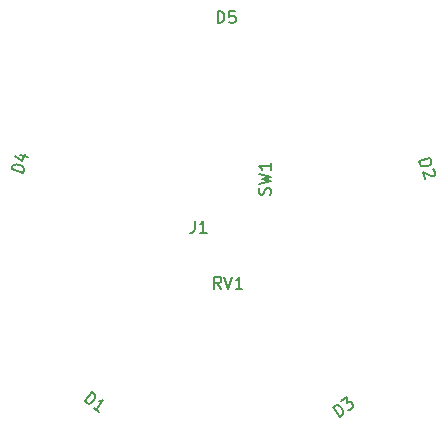
<source format=gbr>
G04 #@! TF.FileFunction,Legend,Top*
%FSLAX46Y46*%
G04 Gerber Fmt 4.6, Leading zero omitted, Abs format (unit mm)*
G04 Created by KiCad (PCBNEW 4.0.7) date Friday, July 23, 2021 'PMt' 11:18:56 PM*
%MOMM*%
%LPD*%
G01*
G04 APERTURE LIST*
%ADD10C,0.100000*%
%ADD11C,0.150000*%
G04 APERTURE END LIST*
D10*
D11*
X27656088Y-54750976D02*
X28243873Y-53941959D01*
X28436496Y-54081907D01*
X28524081Y-54204402D01*
X28545150Y-54337430D01*
X28527695Y-54442469D01*
X28454261Y-54624557D01*
X28370291Y-54740132D01*
X28219808Y-54866240D01*
X28125304Y-54915300D01*
X27992275Y-54936370D01*
X27848711Y-54890924D01*
X27656088Y-54750976D01*
X28888876Y-55646649D02*
X28426580Y-55310771D01*
X28657728Y-55478710D02*
X29245513Y-54669693D01*
X29084494Y-54729287D01*
X28951466Y-54750356D01*
X28846427Y-54732902D01*
X55983279Y-34434807D02*
X56934336Y-34125790D01*
X57007911Y-34352232D01*
X57006768Y-34502813D01*
X56945622Y-34622820D01*
X56869760Y-34697539D01*
X56703322Y-34801687D01*
X56567456Y-34845833D01*
X56371587Y-34859405D01*
X56266295Y-34843547D01*
X56146289Y-34782400D01*
X56056855Y-34661249D01*
X55983279Y-34434807D01*
X57138061Y-35060989D02*
X57198064Y-35091562D01*
X57272783Y-35167424D01*
X57346359Y-35393866D01*
X57330500Y-35499158D01*
X57299927Y-35559162D01*
X57224065Y-35633880D01*
X57133489Y-35663310D01*
X56982909Y-35662167D01*
X56262866Y-35295287D01*
X56454162Y-35884037D01*
X49245141Y-56062551D02*
X48657356Y-55253534D01*
X48849979Y-55113586D01*
X48993543Y-55068140D01*
X49126572Y-55089210D01*
X49221076Y-55138269D01*
X49371560Y-55264378D01*
X49455530Y-55379953D01*
X49528964Y-55562041D01*
X49546419Y-55667079D01*
X49525349Y-55800108D01*
X49437764Y-55922603D01*
X49245141Y-56062551D01*
X49389324Y-54721729D02*
X49890144Y-54357861D01*
X49844390Y-54861987D01*
X49959964Y-54778017D01*
X50065003Y-54760562D01*
X50131517Y-54771097D01*
X50226022Y-54820157D01*
X50365971Y-55012780D01*
X50383426Y-55117819D01*
X50372891Y-55184333D01*
X50323831Y-55278837D01*
X50092683Y-55446776D01*
X49987644Y-55464231D01*
X49921130Y-55453696D01*
X22415061Y-35413219D02*
X21464004Y-35104202D01*
X21537580Y-34877761D01*
X21627014Y-34756610D01*
X21747021Y-34695463D01*
X21852312Y-34679605D01*
X22048181Y-34693177D01*
X22184047Y-34737322D01*
X22350485Y-34841471D01*
X22426347Y-34916190D01*
X22487494Y-35036197D01*
X22488636Y-35186778D01*
X22415061Y-35413219D01*
X22222476Y-33848555D02*
X22856514Y-34054567D01*
X21786593Y-33957277D02*
X22392344Y-34404446D01*
X22583641Y-33815696D01*
X38911905Y-22702381D02*
X38911905Y-21702381D01*
X39150000Y-21702381D01*
X39292858Y-21750000D01*
X39388096Y-21845238D01*
X39435715Y-21940476D01*
X39483334Y-22130952D01*
X39483334Y-22273810D01*
X39435715Y-22464286D01*
X39388096Y-22559524D01*
X39292858Y-22654762D01*
X39150000Y-22702381D01*
X38911905Y-22702381D01*
X40388096Y-21702381D02*
X39911905Y-21702381D01*
X39864286Y-22178571D01*
X39911905Y-22130952D01*
X40007143Y-22083333D01*
X40245239Y-22083333D01*
X40340477Y-22130952D01*
X40388096Y-22178571D01*
X40435715Y-22273810D01*
X40435715Y-22511905D01*
X40388096Y-22607143D01*
X40340477Y-22654762D01*
X40245239Y-22702381D01*
X40007143Y-22702381D01*
X39911905Y-22654762D01*
X39864286Y-22607143D01*
X36996667Y-39452381D02*
X36996667Y-40166667D01*
X36949047Y-40309524D01*
X36853809Y-40404762D01*
X36710952Y-40452381D01*
X36615714Y-40452381D01*
X37996667Y-40452381D02*
X37425238Y-40452381D01*
X37710952Y-40452381D02*
X37710952Y-39452381D01*
X37615714Y-39595238D01*
X37520476Y-39690476D01*
X37425238Y-39738095D01*
X39204762Y-45202381D02*
X38871428Y-44726190D01*
X38633333Y-45202381D02*
X38633333Y-44202381D01*
X39014286Y-44202381D01*
X39109524Y-44250000D01*
X39157143Y-44297619D01*
X39204762Y-44392857D01*
X39204762Y-44535714D01*
X39157143Y-44630952D01*
X39109524Y-44678571D01*
X39014286Y-44726190D01*
X38633333Y-44726190D01*
X39490476Y-44202381D02*
X39823809Y-45202381D01*
X40157143Y-44202381D01*
X41014286Y-45202381D02*
X40442857Y-45202381D01*
X40728571Y-45202381D02*
X40728571Y-44202381D01*
X40633333Y-44345238D01*
X40538095Y-44440476D01*
X40442857Y-44488095D01*
X43354762Y-37233333D02*
X43402381Y-37090476D01*
X43402381Y-36852380D01*
X43354762Y-36757142D01*
X43307143Y-36709523D01*
X43211905Y-36661904D01*
X43116667Y-36661904D01*
X43021429Y-36709523D01*
X42973810Y-36757142D01*
X42926190Y-36852380D01*
X42878571Y-37042857D01*
X42830952Y-37138095D01*
X42783333Y-37185714D01*
X42688095Y-37233333D01*
X42592857Y-37233333D01*
X42497619Y-37185714D01*
X42450000Y-37138095D01*
X42402381Y-37042857D01*
X42402381Y-36804761D01*
X42450000Y-36661904D01*
X42402381Y-36328571D02*
X43402381Y-36090476D01*
X42688095Y-35899999D01*
X43402381Y-35709523D01*
X42402381Y-35471428D01*
X43402381Y-34566666D02*
X43402381Y-35138095D01*
X43402381Y-34852381D02*
X42402381Y-34852381D01*
X42545238Y-34947619D01*
X42640476Y-35042857D01*
X42688095Y-35138095D01*
M02*

</source>
